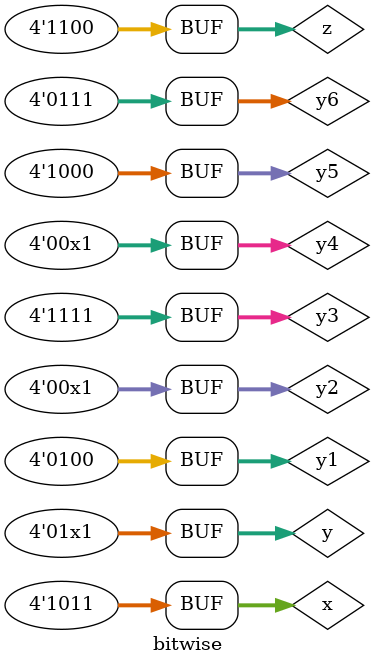
<source format=v>
module bitwise;
 reg[4:1]x,y,z;
 reg[4:1]y1,y2,y3,y4,y5,y6;
 initial begin
 x=4'b1011;z=4'b1100;y=4'b01x1;
 y1=~x;
 y2=x&y;
 y3=x|y;
 y4=x~^y;
 y5=x&z;
 y6=x^z;
 end
 initial begin
 $monitor("\%t y1=%b,y2=%b,y3=%b,y4=%b,y5=%b,y6=%b",$time,y1,y2,y3,y4,y5,y6);
 end
 endmodule

</source>
